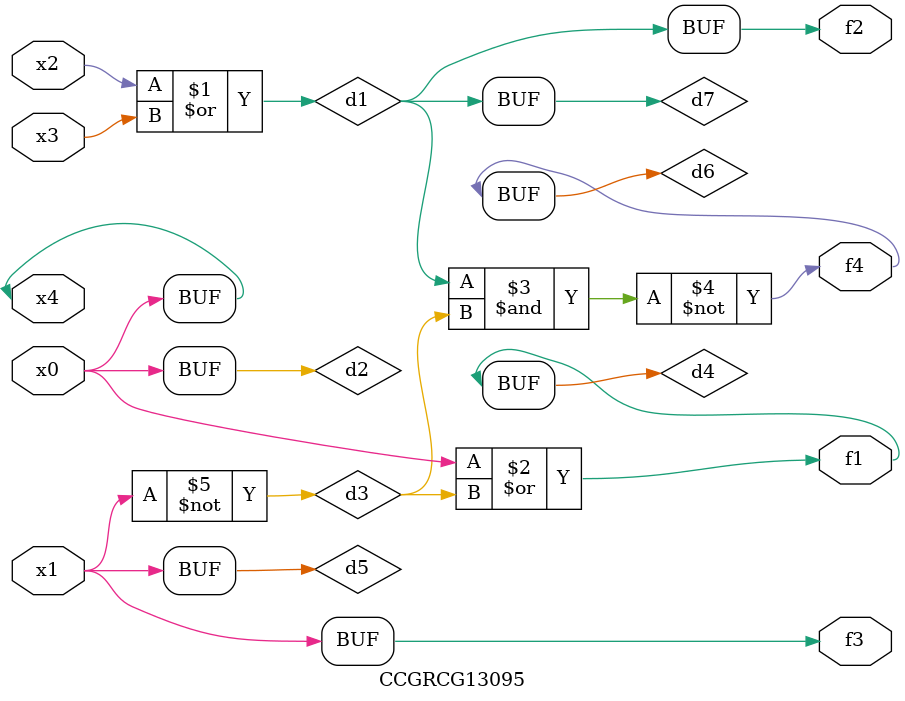
<source format=v>
module CCGRCG13095(
	input x0, x1, x2, x3, x4,
	output f1, f2, f3, f4
);

	wire d1, d2, d3, d4, d5, d6, d7;

	or (d1, x2, x3);
	buf (d2, x0, x4);
	not (d3, x1);
	or (d4, d2, d3);
	not (d5, d3);
	nand (d6, d1, d3);
	or (d7, d1);
	assign f1 = d4;
	assign f2 = d7;
	assign f3 = d5;
	assign f4 = d6;
endmodule

</source>
